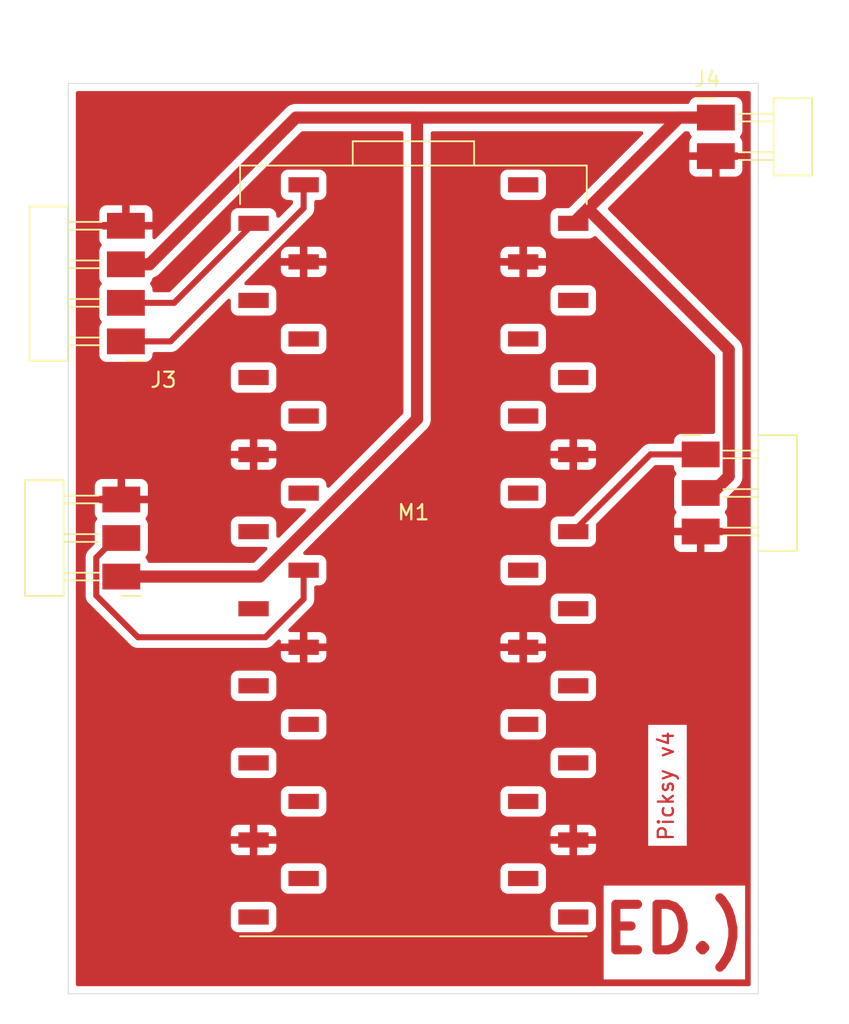
<source format=kicad_pcb>
(kicad_pcb (version 20241229) (generator "pcbnew") (generator_version "9.0")
  (layers (0 "F.Cu" signal) (2 "B.Cu" signal) (13 "F.Paste" user) (15 "B.Paste" user) (5 "F.SilkS" user "F.Silkscreen") (7 "B.SilkS" user "B.Silkscreen") (1 "F.Mask" user) (3 "B.Mask" user) (25 "Edge.Cuts" user))
  (net 0 "")
  (net 1 "PWR")
  (net 2 "GP")
  (net 3 "GND")
  (net 4 "ANALOG")
  (net 5 "SCL")
  (net 6 "SDA")
  (footprint "fab:PinHeader_01x03_P2.54mm_Horizontal_SMD" (layer "F.Cu") (at 106.5 77 180)
    (property "Reference" "J1" (hide yes))
    (property "Value" "Servo")
    (fp_line (start 6.35 6.35) (end 3.81 6.35) (stroke (width 0.12)) (layer "F.SilkS"))
    (fp_line (start 6.35 -1.27) (end 6.35 6.35) (stroke (width 0.12)) (layer "F.SilkS"))
    (fp_line (start 3.81 6.35) (end 3.81 -1.27) (stroke (width 0.12)) (layer "F.SilkS"))
    (fp_line (start 3.81 5.334) (end 1.5 5.334) (stroke (width 0.12)) (layer "F.SilkS"))
    (fp_line (start 3.81 4.826) (end 1.5 4.826) (stroke (width 0.12)) (layer "F.SilkS"))
    (fp_line (start 3.81 2.794) (end 1.5 2.794) (stroke (width 0.12)) (layer "F.SilkS"))
    (fp_line (start 3.81 2.286) (end 1.5 2.286) (stroke (width 0.12)) (layer "F.SilkS"))
    (fp_line (start 3.81 0.254) (end 1.5 0.254) (stroke (width 0.12)) (layer "F.SilkS"))
    (fp_line (start 3.81 -0.254) (end 1.5 -0.254) (stroke (width 0.12)) (layer "F.SilkS"))
    (fp_line (start 3.81 -1.27) (end 6.35 -1.27) (stroke (width 0.12)) (layer "F.SilkS"))
    (fp_line (start -1.27 -1.27) (end 0 -1.27) (stroke (width 0.12)) (layer "F.SilkS"))
    (pad "1" smd rect (at 0 0 180) (size 2.5 1.7) (layers "F.Cu" "F.Mask" "F.Paste") (net 1 "PWR"))
    (pad "2" smd rect (at 0 2.54 180) (size 2.5 1.7) (layers "F.Cu" "F.Mask" "F.Paste") (net 2 "GP"))
    (pad "3" smd rect (at 0 5.08 180) (size 2.5 1.7) (layers "F.Cu" "F.Mask" "F.Paste") (net 3 "GND"))
  )
  (footprint "fab:PinHeader_01x03_P2.54mm_Horizontal_SMD" (layer "F.Cu") (at 144.7 68.95)
    (property "Reference" "J2" (hide yes))
    (property "Value" "Mic")
    (fp_line (start -1.27 -1.27) (end 0 -1.27) (stroke (width 0.12)) (layer "F.SilkS"))
    (fp_line (start 3.81 -1.27) (end 6.35 -1.27) (stroke (width 0.12)) (layer "F.SilkS"))
    (fp_line (start 3.81 -0.254) (end 1.5 -0.254) (stroke (width 0.12)) (layer "F.SilkS"))
    (fp_line (start 3.81 0.254) (end 1.5 0.254) (stroke (width 0.12)) (layer "F.SilkS"))
    (fp_line (start 3.81 2.286) (end 1.5 2.286) (stroke (width 0.12)) (layer "F.SilkS"))
    (fp_line (start 3.81 2.794) (end 1.5 2.794) (stroke (width 0.12)) (layer "F.SilkS"))
    (fp_line (start 3.81 4.826) (end 1.5 4.826) (stroke (width 0.12)) (layer "F.SilkS"))
    (fp_line (start 3.81 5.334) (end 1.5 5.334) (stroke (width 0.12)) (layer "F.SilkS"))
    (fp_line (start 3.81 6.35) (end 3.81 -1.27) (stroke (width 0.12)) (layer "F.SilkS"))
    (fp_line (start 6.35 -1.27) (end 6.35 6.35) (stroke (width 0.12)) (layer "F.SilkS"))
    (fp_line (start 6.35 6.35) (end 3.81 6.35) (stroke (width 0.12)) (layer "F.SilkS"))
    (pad "1" smd rect (at 0 0) (size 2.5 1.7) (layers "F.Cu" "F.Mask" "F.Paste") (net 4 "ANALOG"))
    (pad "2" smd rect (at 0 2.54) (size 2.5 1.7) (layers "F.Cu" "F.Mask" "F.Paste") (net 1 "PWR"))
    (pad "3" smd rect (at 0 5.08) (size 2.5 1.7) (layers "F.Cu" "F.Mask" "F.Paste") (net 3 "GND"))
  )
  (footprint "fab:RaspberryPi_PicoW_SocketSMD" (layer "F.Cu") (at 125.76 75.31)
    (property "Reference" "M1" (at 0.0025 -2.54 0) (layer "F.SilkS"))
    (property "Value" "Module_RaspberryPi_PicoW_Combined" (hide yes))
    (fp_line (start -11.43 -25.4) (end -11.43 -22.86) (stroke (width 0.12)) (layer "F.SilkS"))
    (fp_line (start -11.43 25.4) (end 11.43 25.4) (stroke (width 0.12)) (layer "F.SilkS"))
    (fp_line (start -4 -27) (end 4 -27) (stroke (width 0.12)) (layer "F.SilkS"))
    (fp_line (start -4 -25.4) (end -4 -27) (stroke (width 0.12)) (layer "F.SilkS"))
    (fp_line (start 4 -27) (end 4 -25.4) (stroke (width 0.12)) (layer "F.SilkS"))
    (fp_line (start 8.89 -25.4) (end -11.43 -25.4) (stroke (width 0.12)) (layer "F.SilkS"))
    (fp_line (start 11.43 -25.4) (end 8.89 -25.4) (stroke (width 0.12)) (layer "F.SilkS"))
    (fp_line (start 11.43 -22.86) (end 11.43 -25.4) (stroke (width 0.12)) (layer "F.SilkS"))
    (pad "1" smd rect (at -7.24 -24.13) (size 2 1) (layers "F.Cu" "F.Mask" "F.Paste") (net 6 "SDA"))
    (pad "2" smd rect (at -10.54 -21.59) (size 2 1) (layers "F.Cu" "F.Mask" "F.Paste") (net 5 "SCL"))
    (pad "3" smd rect (at -7.24 -19.05) (size 2 1) (layers "F.Cu" "F.Mask" "F.Paste") (net 3 "GND"))
    (pad "4" smd rect (at -10.54 -16.51) (size 2 1) (layers "F.Cu" "F.Mask" "F.Paste"))
    (pad "5" smd rect (at -7.24 -13.97) (size 2 1) (layers "F.Cu" "F.Mask" "F.Paste"))
    (pad "6" smd rect (at -10.54 -11.43) (size 2 1) (layers "F.Cu" "F.Mask" "F.Paste"))
    (pad "7" smd rect (at -7.24 -8.89) (size 2 1) (layers "F.Cu" "F.Mask" "F.Paste"))
    (pad "8" smd rect (at -10.54 -6.35) (size 2 1) (layers "F.Cu" "F.Mask" "F.Paste") (net 3 "GND"))
    (pad "9" smd rect (at -7.24 -3.81) (size 2 1) (layers "F.Cu" "F.Mask" "F.Paste"))
    (pad "10" smd rect (at -10.54 -1.27) (size 2 1) (layers "F.Cu" "F.Mask" "F.Paste"))
    (pad "11" smd rect (at -7.24 1.27) (size 2 1) (layers "F.Cu" "F.Mask" "F.Paste") (net 2 "GP"))
    (pad "12" smd rect (at -10.54 3.81) (size 2 1) (layers "F.Cu" "F.Mask" "F.Paste"))
    (pad "13" smd rect (at -7.24 6.35) (size 2 1) (layers "F.Cu" "F.Mask" "F.Paste") (net 3 "GND"))
    (pad "14" smd rect (at -10.54 8.89) (size 2 1) (layers "F.Cu" "F.Mask" "F.Paste"))
    (pad "15" smd rect (at -7.24 11.43) (size 2 1) (layers "F.Cu" "F.Mask" "F.Paste"))
    (pad "16" smd rect (at -10.54 13.97) (size 2 1) (layers "F.Cu" "F.Mask" "F.Paste"))
    (pad "17" smd rect (at -7.24 16.51) (size 2 1) (layers "F.Cu" "F.Mask" "F.Paste"))
    (pad "18" smd rect (at -10.54 19.05) (size 2 1) (layers "F.Cu" "F.Mask" "F.Paste") (net 3 "GND"))
    (pad "19" smd rect (at -7.24 21.59) (size 2 1) (layers "F.Cu" "F.Mask" "F.Paste"))
    (pad "20" smd rect (at -10.54 24.13) (size 2 1) (layers "F.Cu" "F.Mask" "F.Paste"))
    (pad "21" smd rect (at 10.54 24.13) (size 2 1) (layers "F.Cu" "F.Mask" "F.Paste"))
    (pad "22" smd rect (at 7.24 21.59) (size 2 1) (layers "F.Cu" "F.Mask" "F.Paste"))
    (pad "23" smd rect (at 10.54 19.05) (size 2 1) (layers "F.Cu" "F.Mask" "F.Paste") (net 3 "GND"))
    (pad "24" smd rect (at 7.24 16.51) (size 2 1) (layers "F.Cu" "F.Mask" "F.Paste"))
    (pad "25" smd rect (at 10.54 13.97) (size 2 1) (layers "F.Cu" "F.Mask" "F.Paste"))
    (pad "26" smd rect (at 7.24 11.43) (size 2 1) (layers "F.Cu" "F.Mask" "F.Paste"))
    (pad "27" smd rect (at 10.54 8.89) (size 2 1) (layers "F.Cu" "F.Mask" "F.Paste"))
    (pad "28" smd rect (at 7.24 6.35) (size 2 1) (layers "F.Cu" "F.Mask" "F.Paste") (net 3 "GND"))
    (pad "29" smd rect (at 10.54 3.81) (size 2 1) (layers "F.Cu" "F.Mask" "F.Paste"))
    (pad "30" smd rect (at 7.24 1.27) (size 2 1) (layers "F.Cu" "F.Mask" "F.Paste"))
    (pad "31" smd rect (at 10.54 -1.27) (size 2 1) (layers "F.Cu" "F.Mask" "F.Paste") (net 4 "ANALOG"))
    (pad "32" smd rect (at 7.24 -3.81) (size 2 1) (layers "F.Cu" "F.Mask" "F.Paste"))
    (pad "33" smd rect (at 10.54 -6.35) (size 2 1) (layers "F.Cu" "F.Mask" "F.Paste") (net 3 "GND"))
    (pad "34" smd rect (at 7.24 -8.89) (size 2 1) (layers "F.Cu" "F.Mask" "F.Paste"))
    (pad "35" smd rect (at 10.54 -11.43) (size 2 1) (layers "F.Cu" "F.Mask" "F.Paste"))
    (pad "36" smd rect (at 7.24 -13.97) (size 2 1) (layers "F.Cu" "F.Mask" "F.Paste"))
    (pad "37" smd rect (at 10.54 -16.51) (size 2 1) (layers "F.Cu" "F.Mask" "F.Paste"))
    (pad "38" smd rect (at 7.24 -19.05) (size 2 1) (layers "F.Cu" "F.Mask" "F.Paste") (net 3 "GND"))
    (pad "39" smd rect (at 10.54 -21.59) (size 2 1) (layers "F.Cu" "F.Mask" "F.Paste") (net 1 "PWR"))
    (pad "40" smd rect (at 7.24 -24.13) (size 2 1) (layers "F.Cu" "F.Mask" "F.Paste"))
  )
  (footprint "fab:PinHeader_01x04_P2.54mm_Horizontal_SMD" (layer "F.Cu") (at 106.8 61.5 180)
    (property "Reference" "J3" (at -1.524 -2.54 0) (layer "F.SilkS") (effects (justify left)))
    (property "Value" "OLED")
    (fp_line (start 6.35 8.89) (end 3.81 8.89) (stroke (width 0.12)) (layer "F.SilkS"))
    (fp_line (start 6.35 -1.27) (end 6.35 8.89) (stroke (width 0.12)) (layer "F.SilkS"))
    (fp_line (start 3.81 8.89) (end 3.81 -1.27) (stroke (width 0.12)) (layer "F.SilkS"))
    (fp_line (start 3.81 7.874) (end 1.6 7.874) (stroke (width 0.12)) (layer "F.SilkS"))
    (fp_line (start 3.81 7.366) (end 1.6 7.366) (stroke (width 0.12)) (layer "F.SilkS"))
    (fp_line (start 3.81 5.334) (end 1.6 5.334) (stroke (width 0.12)) (layer "F.SilkS"))
    (fp_line (start 3.81 4.826) (end 1.6 4.826) (stroke (width 0.12)) (layer "F.SilkS"))
    (fp_line (start 3.81 2.794) (end 1.6 2.794) (stroke (width 0.12)) (layer "F.SilkS"))
    (fp_line (start 3.81 2.286) (end 1.6 2.286) (stroke (width 0.12)) (layer "F.SilkS"))
    (fp_line (start 3.81 0.254) (end 1.6 0.254) (stroke (width 0.12)) (layer "F.SilkS"))
    (fp_line (start 3.81 -0.254) (end 1.6 -0.254) (stroke (width 0.12)) (layer "F.SilkS"))
    (fp_line (start 3.81 -1.27) (end 6.35 -1.27) (stroke (width 0.12)) (layer "F.SilkS"))
    (fp_line (start -1.27 -1.27) (end 0 -1.27) (stroke (width 0.12)) (layer "F.SilkS"))
    (pad "1" smd rect (at 0 0 180) (size 2.5 1.7) (layers "F.Cu" "F.Mask" "F.Paste") (net 6 "SDA"))
    (pad "2" smd rect (at 0 2.54 180) (size 2.5 1.7) (layers "F.Cu" "F.Mask" "F.Paste") (net 5 "SCL"))
    (pad "3" smd rect (at 0 5.08 180) (size 2.5 1.7) (layers "F.Cu" "F.Mask" "F.Paste") (net 1 "PWR"))
    (pad "4" smd rect (at 0 7.62 180) (size 2.5 1.7) (layers "F.Cu" "F.Mask" "F.Paste") (net 3 "GND"))
  )
  (footprint "fab:PinHeader_01x02_P2.54mm_Horizontal_SMD" (layer "F.Cu") (at 145.7 46.75)
    (property "Reference" "J4" (at -1.524 -2.54 180) (layer "F.SilkS") (effects (justify left)))
    (property "Value" "PWR")
    (fp_line (start -1.27 -1.27) (end 0 -1.27) (stroke (width 0.12)) (layer "F.SilkS"))
    (fp_line (start 3.81 -1.27) (end 6.35 -1.27) (stroke (width 0.12)) (layer "F.SilkS"))
    (fp_line (start 3.81 -0.254) (end 1.5 -0.254) (stroke (width 0.12)) (layer "F.SilkS"))
    (fp_line (start 3.81 0.254) (end 1.5 0.254) (stroke (width 0.12)) (layer "F.SilkS"))
    (fp_line (start 3.81 2.286) (end 1.5 2.286) (stroke (width 0.12)) (layer "F.SilkS"))
    (fp_line (start 3.81 2.794) (end 1.5 2.794) (stroke (width 0.12)) (layer "F.SilkS"))
    (fp_line (start 3.81 3.81) (end 3.81 -1.27) (stroke (width 0.12)) (layer "F.SilkS"))
    (fp_line (start 6.35 -1.27) (end 6.35 3.81) (stroke (width 0.12)) (layer "F.SilkS"))
    (fp_line (start 6.35 3.81) (end 3.81 3.81) (stroke (width 0.12)) (layer "F.SilkS"))
    (pad "1" smd rect (at 0 0) (size 2.5 1.7) (layers "F.Cu" "F.Mask" "F.Paste") (net 1 "PWR"))
    (pad "2" smd rect (at 0 2.54) (size 2.5 1.7) (layers "F.Cu" "F.Mask" "F.Paste") (net 3 "GND"))
  )
  (gr_rect (start 103 44.5) (end 148.5 104.5) (stroke (width 0.05)) (fill no) (layer "Edge.Cuts"))
  (gr_text "ED.)" (at 138 102 0) (layer "F.Cu") (effects (font (size 3 3) (thickness 0.6) (bold yes)) (justify left bottom)))
  (gr_text "Picksy v4\n" (at 143 94.5 90) (layer "F.Cu") (effects (font (size 1 1)) (justify left bottom)))
  (segment (start 144.7 71.49) (end 145.462 71.49) (width 0.8) (layer "F.Cu") (net 1))
  (segment (start 108.35 56.42) (end 118.02 46.75) (width 0.8) (layer "F.Cu") (net 1))
  (segment (start 146.551 62.051) (end 137.26 52.76) (width 0.8) (layer "F.Cu") (net 1))
  (segment (start 145.462 71.49) (end 146.551 70.401) (width 0.8) (layer "F.Cu") (net 1))
  (segment (start 126 66.621) (end 115.621 77) (width 0.8) (layer "F.Cu") (net 1))
  (segment (start 145.7 46.75) (end 125 46.75) (width 0.8) (layer "F.Cu") (net 1))
  (segment (start 115.621 77) (end 106.5 77) (width 0.8) (layer "F.Cu") (net 1))
  (segment (start 125 46.75) (end 118.02 46.75) (width 0.8) (layer "F.Cu") (net 1))
  (segment (start 146.551 70.401) (end 146.551 62.051) (width 0.8) (layer "F.Cu") (net 1))
  (segment (start 145.7 46.75) (end 143.27 46.75) (width 0.8) (layer "F.Cu") (net 1))
  (segment (start 125 46.75) (end 126 46.75) (width 0.8) (layer "F.Cu") (net 1))
  (segment (start 137.26 52.76) (end 136.3 53.72) (width 0.8) (layer "F.Cu") (net 1))
  (segment (start 106.8 56.42) (end 108.35 56.42) (width 0.8) (layer "F.Cu") (net 1))
  (segment (start 143.27 46.75) (end 137.26 52.76) (width 0.8) (layer "F.Cu") (net 1))
  (segment (start 126 46.75) (end 126 66.621) (width 0.8) (layer "F.Cu") (net 1))
  (segment (start 106.5 74.46) (end 106.138 74.46) (width 0.4) (layer "F.Cu") (net 2))
  (segment (start 118.52 78.48) (end 118.52 76.58) (width 0.4) (layer "F.Cu") (net 2))
  (segment (start 107.598 81) (end 116 81) (width 0.4) (layer "F.Cu") (net 2))
  (segment (start 106.5 74.46) (end 106.9 74.46) (width 0.4) (layer "F.Cu") (net 2))
  (segment (start 104.849 75.749) (end 104.849 78.251) (width 0.4) (layer "F.Cu") (net 2))
  (segment (start 106.138 74.46) (end 104.849 75.749) (width 0.4) (layer "F.Cu") (net 2))
  (segment (start 116 81) (end 118.52 78.48) (width 0.4) (layer "F.Cu") (net 2))
  (segment (start 104.849 78.251) (end 107.598 81) (width 0.4) (layer "F.Cu") (net 2))
  (segment (start 144.7 68.95) (end 141.39 68.95) (width 0.4) (layer "F.Cu") (net 4))
  (segment (start 141.39 68.95) (end 136.3 74.04) (width 0.4) (layer "F.Cu") (net 4))
  (segment (start 109.98 58.96) (end 115.22 53.72) (width 0.4) (layer "F.Cu") (net 5))
  (segment (start 109.98 58.96) (end 106.8 58.96) (width 0.4) (layer "F.Cu") (net 5))
  (segment (start 118.52 52.722) (end 118.52 51.18) (width 0.4) (layer "F.Cu") (net 6))
  (segment (start 109.742 61.5) (end 118.52 52.722) (width 0.4) (layer "F.Cu") (net 6))
  (segment (start 106.8 61.5) (end 109.742 61.5) (width 0.4) (layer "F.Cu") (net 6))
  (zone (net 3) (net_name "GND") (layer "F.Cu") (connect_pads (clearance 0.5)) (min_thickness 0.25) (fill yes (thermal_gap 0.5) (thermal_bridge_width 0.5))
    (polygon (pts (xy 103 41.5) (xy 154.5 39) (xy 150.5 106.5) (xy 98.5 106.5) (xy 100.5 41.5)))
  )
)
</source>
